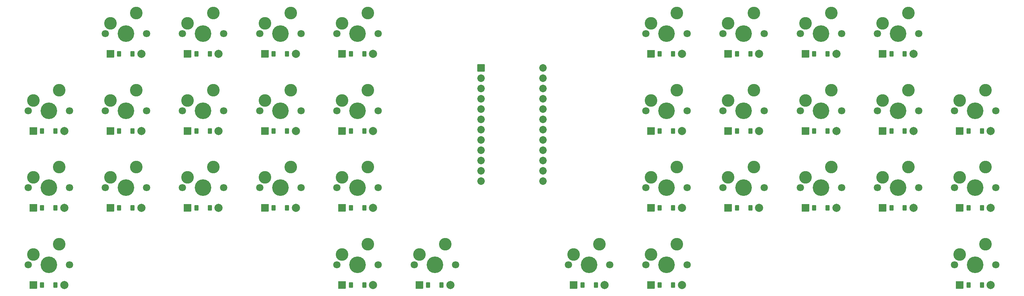
<source format=gbr>
%TF.GenerationSoftware,KiCad,Pcbnew,9.0.1*%
%TF.CreationDate,2025-05-09T00:25:46+02:00*%
%TF.ProjectId,cmrk,636d726b-2e6b-4696-9361-645f70636258,v1.0.0*%
%TF.SameCoordinates,Original*%
%TF.FileFunction,Soldermask,Top*%
%TF.FilePolarity,Negative*%
%FSLAX46Y46*%
G04 Gerber Fmt 4.6, Leading zero omitted, Abs format (unit mm)*
G04 Created by KiCad (PCBNEW 9.0.1) date 2025-05-09 00:25:46*
%MOMM*%
%LPD*%
G01*
G04 APERTURE LIST*
G04 Aperture macros list*
%AMRoundRect*
0 Rectangle with rounded corners*
0 $1 Rounding radius*
0 $2 $3 $4 $5 $6 $7 $8 $9 X,Y pos of 4 corners*
0 Add a 4 corners polygon primitive as box body*
4,1,4,$2,$3,$4,$5,$6,$7,$8,$9,$2,$3,0*
0 Add four circle primitives for the rounded corners*
1,1,$1+$1,$2,$3*
1,1,$1+$1,$4,$5*
1,1,$1+$1,$6,$7*
1,1,$1+$1,$8,$9*
0 Add four rect primitives between the rounded corners*
20,1,$1+$1,$2,$3,$4,$5,0*
20,1,$1+$1,$4,$5,$6,$7,0*
20,1,$1+$1,$6,$7,$8,$9,0*
20,1,$1+$1,$8,$9,$2,$3,0*%
G04 Aperture macros list end*
%ADD10C,1.801800*%
%ADD11C,3.100000*%
%ADD12C,4.087800*%
%ADD13RoundRect,0.050000X-0.889000X-0.889000X0.889000X-0.889000X0.889000X0.889000X-0.889000X0.889000X0*%
%ADD14RoundRect,0.050000X-0.450000X-0.600000X0.450000X-0.600000X0.450000X0.600000X-0.450000X0.600000X0*%
%ADD15C,2.005000*%
%ADD16RoundRect,0.050000X-0.876300X0.876300X-0.876300X-0.876300X0.876300X-0.876300X0.876300X0.876300X0*%
%ADD17C,1.852600*%
G04 APERTURE END LIST*
D10*
%TO.C,S22*%
X303920000Y-62000000D03*
D11*
X305190000Y-59460000D03*
D12*
X309000000Y-62000000D03*
D11*
X311540000Y-56920000D03*
D10*
X314080000Y-62000000D03*
%TD*%
%TO.C,S19*%
X322920000Y-81000000D03*
D11*
X324190000Y-78460000D03*
D12*
X328000000Y-81000000D03*
D11*
X330540000Y-75920000D03*
D10*
X333080000Y-81000000D03*
%TD*%
%TO.C,S18*%
X322920000Y-100000000D03*
D11*
X324190000Y-97460000D03*
D12*
X328000000Y-100000000D03*
D11*
X330540000Y-94920000D03*
D10*
X333080000Y-100000000D03*
%TD*%
D13*
%TO.C,D22*%
X305190000Y-67000000D03*
D14*
X307350000Y-67000000D03*
X310650000Y-67000000D03*
D15*
X312810000Y-67000000D03*
%TD*%
D13*
%TO.C,D10*%
X153190000Y-86000000D03*
D14*
X155350000Y-86000000D03*
X158650000Y-86000000D03*
D15*
X160810000Y-86000000D03*
%TD*%
D13*
%TO.C,D24*%
X286190000Y-86000000D03*
D14*
X288350000Y-86000000D03*
X291650000Y-86000000D03*
D15*
X293810000Y-86000000D03*
%TD*%
D13*
%TO.C,D9*%
X134190000Y-48000000D03*
D14*
X136350000Y-48000000D03*
X139650000Y-48000000D03*
D15*
X141810000Y-48000000D03*
%TD*%
D13*
%TO.C,D20*%
X324190000Y-67000000D03*
D14*
X326350000Y-67000000D03*
X329650000Y-67000000D03*
D15*
X331810000Y-67000000D03*
%TD*%
D13*
%TO.C,D33*%
X248190000Y-105000000D03*
D14*
X250350000Y-105000000D03*
X253650000Y-105000000D03*
D15*
X255810000Y-105000000D03*
%TD*%
D10*
%TO.C,S10*%
X151920000Y-81000000D03*
D11*
X153190000Y-78460000D03*
D12*
X157000000Y-81000000D03*
D11*
X159540000Y-75920000D03*
D10*
X162080000Y-81000000D03*
%TD*%
D13*
%TO.C,D29*%
X267190000Y-48000000D03*
D14*
X269350000Y-48000000D03*
X272650000Y-48000000D03*
D15*
X274810000Y-48000000D03*
%TD*%
D10*
%TO.C,S34*%
X227920000Y-100000000D03*
D11*
X229190000Y-97460000D03*
D12*
X233000000Y-100000000D03*
D11*
X235540000Y-94920000D03*
D10*
X238080000Y-100000000D03*
%TD*%
%TO.C,S6*%
X113920000Y-43000000D03*
D11*
X115190000Y-40460000D03*
D12*
X119000000Y-43000000D03*
D11*
X121540000Y-37920000D03*
D10*
X124080000Y-43000000D03*
%TD*%
%TO.C,S9*%
X132920000Y-43000000D03*
D11*
X134190000Y-40460000D03*
D12*
X138000000Y-43000000D03*
D11*
X140540000Y-37920000D03*
D10*
X143080000Y-43000000D03*
%TD*%
D13*
%TO.C,D18*%
X324190000Y-105000000D03*
D14*
X326350000Y-105000000D03*
X329650000Y-105000000D03*
D15*
X331810000Y-105000000D03*
%TD*%
D10*
%TO.C,S23*%
X303920000Y-43000000D03*
D11*
X305190000Y-40460000D03*
D12*
X309000000Y-43000000D03*
D11*
X311540000Y-37920000D03*
D10*
X314080000Y-43000000D03*
%TD*%
D13*
%TO.C,D23*%
X305190000Y-48000000D03*
D14*
X307350000Y-48000000D03*
X310650000Y-48000000D03*
D15*
X312810000Y-48000000D03*
%TD*%
D10*
%TO.C,S21*%
X303920000Y-81000000D03*
D11*
X305190000Y-78460000D03*
D12*
X309000000Y-81000000D03*
D11*
X311540000Y-75920000D03*
D10*
X314080000Y-81000000D03*
%TD*%
D13*
%TO.C,D5*%
X115190000Y-67000000D03*
D14*
X117350000Y-67000000D03*
X120650000Y-67000000D03*
D15*
X122810000Y-67000000D03*
%TD*%
D13*
%TO.C,D26*%
X286190000Y-48000000D03*
D14*
X288350000Y-48000000D03*
X291650000Y-48000000D03*
D15*
X293810000Y-48000000D03*
%TD*%
D10*
%TO.C,S13*%
X170920000Y-81000000D03*
D11*
X172190000Y-78460000D03*
D12*
X176000000Y-81000000D03*
D11*
X178540000Y-75920000D03*
D10*
X181080000Y-81000000D03*
%TD*%
%TO.C,S26*%
X284920000Y-43000000D03*
D11*
X286190000Y-40460000D03*
D12*
X290000000Y-43000000D03*
D11*
X292540000Y-37920000D03*
D10*
X295080000Y-43000000D03*
%TD*%
%TO.C,S25*%
X284920000Y-62000000D03*
D11*
X286190000Y-59460000D03*
D12*
X290000000Y-62000000D03*
D11*
X292540000Y-56920000D03*
D10*
X295080000Y-62000000D03*
%TD*%
D13*
%TO.C,D31*%
X248190000Y-67000000D03*
D14*
X250350000Y-67000000D03*
X253650000Y-67000000D03*
D15*
X255810000Y-67000000D03*
%TD*%
D10*
%TO.C,S5*%
X113920000Y-62000000D03*
D11*
X115190000Y-59460000D03*
D12*
X119000000Y-62000000D03*
D11*
X121540000Y-56920000D03*
D10*
X124080000Y-62000000D03*
%TD*%
%TO.C,S2*%
X94920000Y-81000000D03*
D11*
X96190000Y-78460000D03*
D12*
X100000000Y-81000000D03*
D11*
X102540000Y-75920000D03*
D10*
X105080000Y-81000000D03*
%TD*%
D13*
%TO.C,D17*%
X191190000Y-105000000D03*
D14*
X193350000Y-105000000D03*
X196650000Y-105000000D03*
D15*
X198810000Y-105000000D03*
%TD*%
D13*
%TO.C,D14*%
X172190000Y-67000000D03*
D14*
X174350000Y-67000000D03*
X177650000Y-67000000D03*
D15*
X179810000Y-67000000D03*
%TD*%
D10*
%TO.C,S28*%
X265920000Y-62000000D03*
D11*
X267190000Y-59460000D03*
D12*
X271000000Y-62000000D03*
D11*
X273540000Y-56920000D03*
D10*
X276080000Y-62000000D03*
%TD*%
%TO.C,S15*%
X170920000Y-43000000D03*
D11*
X172190000Y-40460000D03*
D12*
X176000000Y-43000000D03*
D11*
X178540000Y-37920000D03*
D10*
X181080000Y-43000000D03*
%TD*%
%TO.C,S1*%
X94920000Y-100000000D03*
D11*
X96190000Y-97460000D03*
D12*
X100000000Y-100000000D03*
D11*
X102540000Y-94920000D03*
D10*
X105080000Y-100000000D03*
%TD*%
D13*
%TO.C,D19*%
X324190000Y-86000000D03*
D14*
X326350000Y-86000000D03*
X329650000Y-86000000D03*
D15*
X331810000Y-86000000D03*
%TD*%
D10*
%TO.C,S12*%
X151920000Y-43000000D03*
D11*
X153190000Y-40460000D03*
D12*
X157000000Y-43000000D03*
D11*
X159540000Y-37920000D03*
D10*
X162080000Y-43000000D03*
%TD*%
D13*
%TO.C,D28*%
X267190000Y-67000000D03*
D14*
X269350000Y-67000000D03*
X272650000Y-67000000D03*
D15*
X274810000Y-67000000D03*
%TD*%
D10*
%TO.C,S29*%
X265920000Y-43000000D03*
D11*
X267190000Y-40460000D03*
D12*
X271000000Y-43000000D03*
D11*
X273540000Y-37920000D03*
D10*
X276080000Y-43000000D03*
%TD*%
%TO.C,S14*%
X170920000Y-62000000D03*
D11*
X172190000Y-59460000D03*
D12*
X176000000Y-62000000D03*
D11*
X178540000Y-56920000D03*
D10*
X181080000Y-62000000D03*
%TD*%
%TO.C,S24*%
X284920000Y-81000000D03*
D11*
X286190000Y-78460000D03*
D12*
X290000000Y-81000000D03*
D11*
X292540000Y-75920000D03*
D10*
X295080000Y-81000000D03*
%TD*%
%TO.C,S20*%
X322920000Y-62000000D03*
D11*
X324190000Y-59460000D03*
D12*
X328000000Y-62000000D03*
D11*
X330540000Y-56920000D03*
D10*
X333080000Y-62000000D03*
%TD*%
D13*
%TO.C,D34*%
X229190000Y-105000000D03*
D14*
X231350000Y-105000000D03*
X234650000Y-105000000D03*
D15*
X236810000Y-105000000D03*
%TD*%
D13*
%TO.C,D27*%
X267190000Y-86000000D03*
D14*
X269350000Y-86000000D03*
X272650000Y-86000000D03*
D15*
X274810000Y-86000000D03*
%TD*%
D13*
%TO.C,D6*%
X115190000Y-48000000D03*
D14*
X117350000Y-48000000D03*
X120650000Y-48000000D03*
D15*
X122810000Y-48000000D03*
%TD*%
D13*
%TO.C,D8*%
X134190000Y-67000000D03*
D14*
X136350000Y-67000000D03*
X139650000Y-67000000D03*
D15*
X141810000Y-67000000D03*
%TD*%
D10*
%TO.C,S4*%
X113920000Y-81000000D03*
D11*
X115190000Y-78460000D03*
D12*
X119000000Y-81000000D03*
D11*
X121540000Y-75920000D03*
D10*
X124080000Y-81000000D03*
%TD*%
D13*
%TO.C,D30*%
X248190000Y-86000000D03*
D14*
X250350000Y-86000000D03*
X253650000Y-86000000D03*
D15*
X255810000Y-86000000D03*
%TD*%
D13*
%TO.C,D11*%
X153190000Y-67000000D03*
D14*
X155350000Y-67000000D03*
X158650000Y-67000000D03*
D15*
X160810000Y-67000000D03*
%TD*%
D10*
%TO.C,S30*%
X246920000Y-81000000D03*
D11*
X248190000Y-78460000D03*
D12*
X252000000Y-81000000D03*
D11*
X254540000Y-75920000D03*
D10*
X257080000Y-81000000D03*
%TD*%
D13*
%TO.C,D7*%
X134190000Y-86000000D03*
D14*
X136350000Y-86000000D03*
X139650000Y-86000000D03*
D15*
X141810000Y-86000000D03*
%TD*%
D10*
%TO.C,S16*%
X170920000Y-100000000D03*
D11*
X172190000Y-97460000D03*
D12*
X176000000Y-100000000D03*
D11*
X178540000Y-94920000D03*
D10*
X181080000Y-100000000D03*
%TD*%
D13*
%TO.C,D25*%
X286190000Y-67000000D03*
D14*
X288350000Y-67000000D03*
X291650000Y-67000000D03*
D15*
X293810000Y-67000000D03*
%TD*%
D13*
%TO.C,D32*%
X248190000Y-48000000D03*
D14*
X250350000Y-48000000D03*
X253650000Y-48000000D03*
D15*
X255810000Y-48000000D03*
%TD*%
D16*
%TO.C,MCU1*%
X206380000Y-51430000D03*
D17*
X206380000Y-53970000D03*
X206380000Y-56510000D03*
X206380000Y-59050000D03*
X206380000Y-61590000D03*
X206380000Y-64130000D03*
X206380000Y-66670000D03*
X206380000Y-69210000D03*
X206380000Y-71750000D03*
X206380000Y-74290000D03*
X206380000Y-76830000D03*
X206380000Y-79370000D03*
X221620000Y-51430000D03*
X221620000Y-53970000D03*
X221620000Y-56510000D03*
X221620000Y-59050000D03*
X221620000Y-61590000D03*
X221620000Y-64130000D03*
X221620000Y-66670000D03*
X221620000Y-69210000D03*
X221620000Y-71750000D03*
X221620000Y-74290000D03*
X221620000Y-76830000D03*
X221620000Y-79370000D03*
%TD*%
D13*
%TO.C,D1*%
X96190000Y-105000000D03*
D14*
X98350000Y-105000000D03*
X101650000Y-105000000D03*
D15*
X103810000Y-105000000D03*
%TD*%
D10*
%TO.C,S7*%
X132920000Y-81000000D03*
D11*
X134190000Y-78460000D03*
D12*
X138000000Y-81000000D03*
D11*
X140540000Y-75920000D03*
D10*
X143080000Y-81000000D03*
%TD*%
D13*
%TO.C,D21*%
X305190000Y-86000000D03*
D14*
X307350000Y-86000000D03*
X310650000Y-86000000D03*
D15*
X312810000Y-86000000D03*
%TD*%
D13*
%TO.C,D13*%
X172190000Y-86000000D03*
D14*
X174350000Y-86000000D03*
X177650000Y-86000000D03*
D15*
X179810000Y-86000000D03*
%TD*%
D13*
%TO.C,D3*%
X96190000Y-67000000D03*
D14*
X98350000Y-67000000D03*
X101650000Y-67000000D03*
D15*
X103810000Y-67000000D03*
%TD*%
D10*
%TO.C,S32*%
X246920000Y-43000000D03*
D11*
X248190000Y-40460000D03*
D12*
X252000000Y-43000000D03*
D11*
X254540000Y-37920000D03*
D10*
X257080000Y-43000000D03*
%TD*%
%TO.C,S11*%
X151920000Y-62000000D03*
D11*
X153190000Y-59460000D03*
D12*
X157000000Y-62000000D03*
D11*
X159540000Y-56920000D03*
D10*
X162080000Y-62000000D03*
%TD*%
D13*
%TO.C,D16*%
X172190000Y-105000000D03*
D14*
X174350000Y-105000000D03*
X177650000Y-105000000D03*
D15*
X179810000Y-105000000D03*
%TD*%
D10*
%TO.C,S33*%
X246920000Y-100000000D03*
D11*
X248190000Y-97460000D03*
D12*
X252000000Y-100000000D03*
D11*
X254540000Y-94920000D03*
D10*
X257080000Y-100000000D03*
%TD*%
%TO.C,S27*%
X265920000Y-81000000D03*
D11*
X267190000Y-78460000D03*
D12*
X271000000Y-81000000D03*
D11*
X273540000Y-75920000D03*
D10*
X276080000Y-81000000D03*
%TD*%
%TO.C,S8*%
X132920000Y-62000000D03*
D11*
X134190000Y-59460000D03*
D12*
X138000000Y-62000000D03*
D11*
X140540000Y-56920000D03*
D10*
X143080000Y-62000000D03*
%TD*%
D13*
%TO.C,D12*%
X153190000Y-48000000D03*
D14*
X155350000Y-48000000D03*
X158650000Y-48000000D03*
D15*
X160810000Y-48000000D03*
%TD*%
D13*
%TO.C,D15*%
X172190000Y-48000000D03*
D14*
X174350000Y-48000000D03*
X177650000Y-48000000D03*
D15*
X179810000Y-48000000D03*
%TD*%
D10*
%TO.C,S17*%
X189920000Y-100000000D03*
D11*
X191190000Y-97460000D03*
D12*
X195000000Y-100000000D03*
D11*
X197540000Y-94920000D03*
D10*
X200080000Y-100000000D03*
%TD*%
%TO.C,S31*%
X246920000Y-62000000D03*
D11*
X248190000Y-59460000D03*
D12*
X252000000Y-62000000D03*
D11*
X254540000Y-56920000D03*
D10*
X257080000Y-62000000D03*
%TD*%
D13*
%TO.C,D2*%
X96190000Y-86000000D03*
D14*
X98350000Y-86000000D03*
X101650000Y-86000000D03*
D15*
X103810000Y-86000000D03*
%TD*%
D10*
%TO.C,S3*%
X94920000Y-62000000D03*
D11*
X96190000Y-59460000D03*
D12*
X100000000Y-62000000D03*
D11*
X102540000Y-56920000D03*
D10*
X105080000Y-62000000D03*
%TD*%
D13*
%TO.C,D4*%
X115190000Y-86000000D03*
D14*
X117350000Y-86000000D03*
X120650000Y-86000000D03*
D15*
X122810000Y-86000000D03*
%TD*%
M02*

</source>
